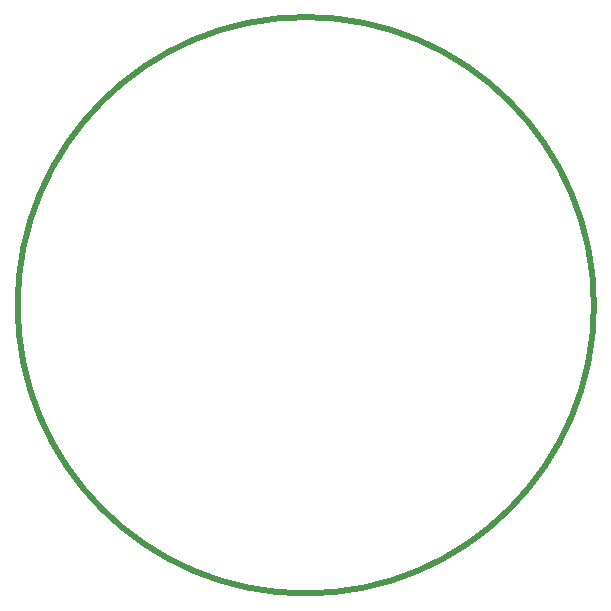
<source format=gko>
G04 Layer: BoardOutline*
G04 EasyEDA v6.4.25, 2021-11-16T21:36:29+01:00*
G04 969fc306525a459593755dfbefa048c4,10*
G04 Gerber Generator version 0.2*
G04 Scale: 100 percent, Rotated: No, Reflected: No *
G04 Dimensions in millimeters *
G04 leading zeros omitted , absolute positions ,4 integer and 5 decimal *
%FSLAX45Y45*%
%MOMM*%

%ADD10C,0.5080*%
D10*
G75*
G01
X2440000Y0D02*
G03X2440000Y0I-2440000J0D01*

%LPD*%
M02*

</source>
